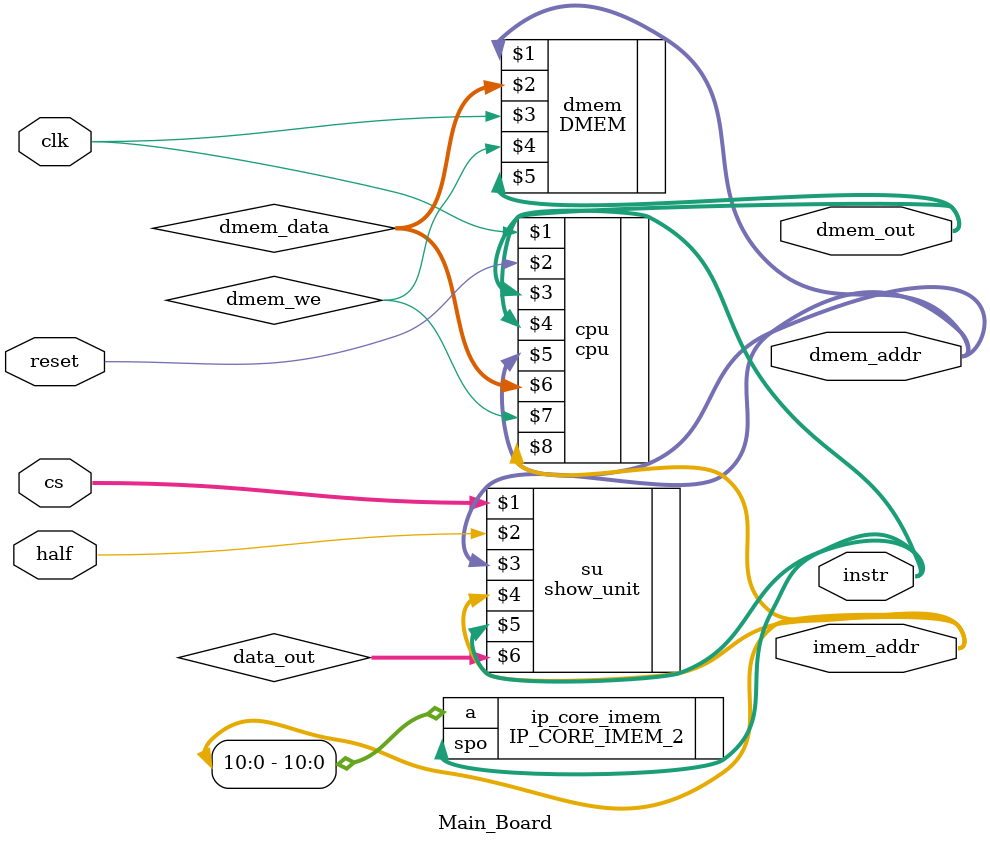
<source format=v>
`timescale 1ns / 1ps
module Main_Board(clk,reset,cs,half,imem_addr,instr,dmem_addr,dmem_out);	
		input clk,reset;
		input [1:0] cs;
		input half;
		output [31:0] imem_addr,instr,dmem_addr,dmem_out;
		wire [31:0] dmem_data,data_out;
		wire dmem_we;
		
//		IMEM imem(clk,imem_addr[10:0],instr);
//		IP_CORE_IMEM ip_core_imem(.clka(clk),.addra(imem_addr[10:0]),.douta(instr));
		IP_CORE_IMEM_2 ip_core_imem(.a(imem_addr[10:0]),.spo(instr));
		DMEM dmem(dmem_addr,dmem_data,clk,dmem_we,dmem_out);
//		IP_CORE_DMEM ip_core_dmem(.clka(clk),.wea(dmem_we),.addra(dmem_addr),.dina(dmem_data),.douta(dmem_out));
		cpu cpu(clk,reset,instr,dmem_out,dmem_addr,dmem_data,dmem_we,imem_addr);
		show_unit su(cs,half,dmem_addr,imem_addr,instr,data_out);
endmodule
</source>
